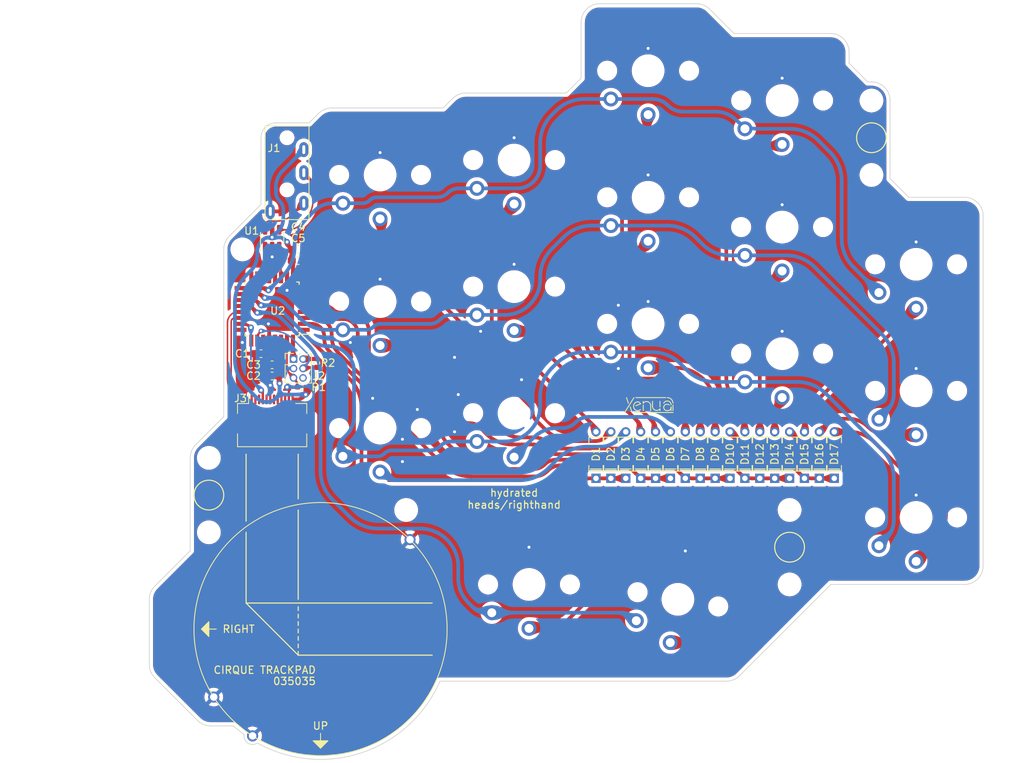
<source format=kicad_pcb>
(kicad_pcb (version 20211014) (generator pcbnew)

  (general
    (thickness 1.6)
  )

  (paper "A4")
  (layers
    (0 "F.Cu" signal)
    (31 "B.Cu" signal)
    (32 "B.Adhes" user "B.Adhesive")
    (33 "F.Adhes" user "F.Adhesive")
    (34 "B.Paste" user)
    (35 "F.Paste" user)
    (36 "B.SilkS" user "B.Silkscreen")
    (37 "F.SilkS" user "F.Silkscreen")
    (38 "B.Mask" user)
    (39 "F.Mask" user)
    (40 "Dwgs.User" user "User.Drawings")
    (41 "Cmts.User" user "User.Comments")
    (42 "Eco1.User" user "User.Eco1")
    (43 "Eco2.User" user "User.Eco2")
    (44 "Edge.Cuts" user)
    (45 "Margin" user)
    (46 "B.CrtYd" user "B.Courtyard")
    (47 "F.CrtYd" user "F.Courtyard")
    (48 "B.Fab" user)
    (49 "F.Fab" user)
    (50 "User.1" user)
    (51 "User.2" user)
    (52 "User.3" user)
    (53 "User.4" user)
    (54 "User.5" user)
    (55 "User.6" user)
    (56 "User.7" user)
    (57 "User.8" user)
    (58 "User.9" user)
  )

  (setup
    (stackup
      (layer "F.SilkS" (type "Top Silk Screen"))
      (layer "F.Paste" (type "Top Solder Paste"))
      (layer "F.Mask" (type "Top Solder Mask") (thickness 0.01))
      (layer "F.Cu" (type "copper") (thickness 0.035))
      (layer "dielectric 1" (type "core") (thickness 1.51) (material "FR4") (epsilon_r 4.5) (loss_tangent 0.02))
      (layer "B.Cu" (type "copper") (thickness 0.035))
      (layer "B.Mask" (type "Bottom Solder Mask") (thickness 0.01))
      (layer "B.Paste" (type "Bottom Solder Paste"))
      (layer "B.SilkS" (type "Bottom Silk Screen"))
      (copper_finish "None")
      (dielectric_constraints no)
    )
    (pad_to_mask_clearance 0)
    (pcbplotparams
      (layerselection 0x00010fc_ffffffff)
      (disableapertmacros false)
      (usegerberextensions false)
      (usegerberattributes true)
      (usegerberadvancedattributes true)
      (creategerberjobfile true)
      (svguseinch false)
      (svgprecision 6)
      (excludeedgelayer true)
      (plotframeref false)
      (viasonmask false)
      (mode 1)
      (useauxorigin false)
      (hpglpennumber 1)
      (hpglpenspeed 20)
      (hpglpendiameter 15.000000)
      (dxfpolygonmode true)
      (dxfimperialunits true)
      (dxfusepcbnewfont true)
      (psnegative false)
      (psa4output false)
      (plotreference true)
      (plotvalue true)
      (plotinvisibletext false)
      (sketchpadsonfab false)
      (subtractmaskfromsilk false)
      (outputformat 1)
      (mirror false)
      (drillshape 1)
      (scaleselection 1)
      (outputdirectory "")
    )
  )

  (net 0 "")
  (net 1 "GND")
  (net 2 "Net-(C1-Pad2)")
  (net 3 "+3V3")
  (net 4 "/SWDIO")
  (net 5 "/RST")
  (net 6 "/SWCLK")
  (net 7 "unconnected-(J2-Pad6)")
  (net 8 "/TRACK_SDA")
  (net 9 "/TRACK_SCL")
  (net 10 "/TRACK_BTN1")
  (net 11 "/TRACK_BTN3")
  (net 12 "/TRACK_BTN2")
  (net 13 "/TRACK_COPI")
  (net 14 "/TRACK_DATA_READY")
  (net 15 "/TRACK_CS")
  (net 16 "/TRACK_CIPO")
  (net 17 "/TRACK_SCK")
  (net 18 "/SCL")
  (net 19 "/SDA")
  (net 20 "Net-(J1-PadR2)")
  (net 21 "Net-(J1-PadR1)")
  (net 22 "C_PINKY")
  (net 23 "unconnected-(U2-Pad6)")
  (net 24 "unconnected-(U2-Pad7)")
  (net 25 "unconnected-(U2-Pad8)")
  (net 26 "R_TOP")
  (net 27 "R_HOME")
  (net 28 "R_BOTTOM")
  (net 29 "R_THUMB")
  (net 30 "C_INNER")
  (net 31 "C_INDEX")
  (net 32 "C_MIDDLE")
  (net 33 "C_RING")
  (net 34 "unconnected-(U2-Pad24)")
  (net 35 "unconnected-(U2-Pad25)")
  (net 36 "unconnected-(U2-Pad27)")
  (net 37 "Net-(D1-Pad2)")
  (net 38 "Net-(D2-Pad2)")
  (net 39 "Net-(D3-Pad2)")
  (net 40 "Net-(D4-Pad2)")
  (net 41 "Net-(D5-Pad2)")
  (net 42 "Net-(D6-Pad2)")
  (net 43 "Net-(D7-Pad2)")
  (net 44 "Net-(D8-Pad2)")
  (net 45 "Net-(D9-Pad2)")
  (net 46 "Net-(D10-Pad2)")
  (net 47 "Net-(D11-Pad2)")
  (net 48 "Net-(D12-Pad2)")
  (net 49 "Net-(D13-Pad2)")
  (net 50 "Net-(D14-Pad2)")
  (net 51 "Net-(D15-Pad2)")
  (net 52 "Net-(D16-Pad2)")
  (net 53 "Net-(D17-Pad2)")
  (net 54 "unconnected-(U2-Pad13)")
  (net 55 "unconnected-(U2-Pad14)")
  (net 56 "unconnected-(U2-Pad15)")
  (net 57 "unconnected-(U2-Pad16)")

  (footprint "Capacitor_SMD:C_0603_1608Metric_Pad1.08x0.95mm_HandSolder" (layer "F.Cu") (at 55.5 116.5 180))

  (footprint "MountingHole:MountingHole_2.2mm_M2_DIN965" (layer "F.Cu") (at 136 91))

  (footprint "mbk:Choc-1u-solder" (layer "F.Cu") (at 106 94))

  (footprint "Capacitor_SMD:C_0603_1608Metric_Pad1.08x0.95mm_HandSolder" (layer "F.Cu") (at 59 102.5))

  (footprint "mbk:Choc-1u-solder" (layer "F.Cu") (at 124 81))

  (footprint "1N4148:DIOAD829W49L456D191" (layer "F.Cu") (at 105 128.5 90))

  (footprint "mbk:Choc-1u-solder" (layer "F.Cu") (at 70 91))

  (footprint "1N4148:DIOAD829W49L456D191" (layer "F.Cu") (at 107 128.5 90))

  (footprint "Package_TO_SOT_SMD:SOT-23-6" (layer "F.Cu") (at 55.5 99.5 90))

  (footprint "1N4148:DIOAD829W49L456D191" (layer "F.Cu") (at 111 128.5 90))

  (footprint "Resistor_SMD:R_0402_1005Metric_Pad0.72x0.64mm_HandSolder" (layer "F.Cu") (at 59.5 119.5 180))

  (footprint "1N4148:DIOAD829W49L456D191" (layer "F.Cu") (at 99 128.5 90))

  (footprint "cirque:cirque_TM035035" (layer "F.Cu") (at 62 152 180))

  (footprint "mbk:Choc-1u-solder" (layer "F.Cu") (at 124 98))

  (footprint "1N4148:DIOAD829W49L456D191" (layer "F.Cu") (at 127 128.5 90))

  (footprint "1N4148:DIOAD829W49L456D191" (layer "F.Cu") (at 125 128.5 90))

  (footprint "mbk:Choc-1u-solder" (layer "F.Cu") (at 88 106))

  (footprint "MountingHole:MountingHole_2.2mm_M2_DIN965" (layer "F.Cu") (at 136 81))

  (footprint "1N4148:DIOAD829W49L456D191" (layer "F.Cu") (at 117 128.5 90))

  (footprint "1N4148:DIOAD829W49L456D191" (layer "F.Cu") (at 109 128.5 90))

  (footprint "mbk:Choc-1u-solder" (layer "F.Cu") (at 142 103))

  (footprint "pj320a:Jack_3.5mm_PJ320A_Horizontal" (layer "F.Cu") (at 57.5 86 -90))

  (footprint "mbk:Choc-1u-solder" (layer "F.Cu") (at 142 137))

  (footprint "mbk:Choc-1u-solder" (layer "F.Cu") (at 124 115))

  (footprint "Connector_FFC-FPC:Hirose_FH12-12S-0.5SH_1x12-1MP_P0.50mm_Horizontal" (layer "F.Cu") (at 55.5 123))

  (footprint "1N4148:DIOAD829W49L456D191" (layer "F.Cu") (at 113 128.5 90))

  (footprint "1N4148:DIOAD829W49L456D191" (layer "F.Cu") (at 115 128.5 90))

  (footprint "mbk:Choc-1u-solder" (layer "F.Cu") (at 88 89))

  (footprint "Capacitor_SMD:C_0603_1608Metric_Pad1.08x0.95mm_HandSolder" (layer "F.Cu") (at 59 101))

  (footprint "xenua:sig" (layer "F.Cu") (at 102.845 122.905167))

  (footprint "MountingHole:MountingHole_2.2mm_M2_DIN965" (layer "F.Cu") (at 125 136))

  (footprint "mbk:Choc-1u-solder" (layer "F.Cu") (at 106 111))

  (footprint "MountingHole:MountingHole_2.2mm_M2_DIN965" (layer "F.Cu") (at 51.5 101))

  (footprint "1N4148:DIOAD829W49L456D191" (layer "F.Cu") (at 103 128.5 90))

  (footprint "MountingHole:MountingHole_2.2mm_M2_DIN965" (layer "F.Cu") (at 47 139))

  (footprint "1N4148:DIOAD829W49L456D191" (layer "F.Cu") (at 131 128.5 90))

  (footprint "Connector_PinHeader_1.27mm:PinHeader_2x03_P1.27mm_Vertical" (layer "F.Cu") (at 58.375 115.725))

  (footprint "mbk:Choc-1u-solder" (layer "F.Cu") (at 142 120))

  (footprint "Capacitor_SMD:C_0603_1608Metric_Pad1.08x0.95mm_HandSolder" (layer "F.Cu") (at 54 115))

  (footprint "MountingHole:MountingHole_2.2mm_M2_DIN965" (layer "F.Cu") (at 125 146))

  (footprint "mbk:Choc-1u-solder" (layer "F.Cu") (at 88 123))

  (footprint "mbk:Choc-1u-solder" (layer "F.Cu") (at 110 148 -10))

  (footprint "1N4148:DIOAD829W49L456D191" (layer "F.Cu") (at 121 128.5 90))

  (footprint "1N4148:DIOAD829W49L456D191" (layer "F.Cu") (at 119 128.5 90))

  (footprint "mbk:Choc-1u-solder" (layer "F.Cu") (at 70 108))

  (footprint "1N4148:DIOAD829W49L456D191" (layer "F.Cu") (at 101 128.5 90))

  (footprint "Resistor_SMD:R_0402_1005Metric_Pad0.72x0.64mm_HandSolder" (layer "F.Cu") (at 61.5 116.25 90))

  (footprint "Package_QFP:TQFP-32_7x7mm_P0.8mm" (layer "F.Cu")
    (tedit 5A02F146) (tstamp ca98b832-42d9-48ef-b0f0-8a38fadade53)
    (at 55.5 109 180)
    (descr "32-Lead Plastic Thin Quad Flatpack (PT) - 7x7x1.0 mm Body, 2.00 mm [TQFP] (see Microchip Packaging Specification 00000049BS.pdf)")
    (tags "QFP 0.8")
    (property "Sheetfile" "righthand.kicad_sch")
    (property "Sheetname" "")
    (path "/cd05dc71-d59b-4335-902d-fe9d6feaeb4a")
    (attr smd)
    (fp_text reference "U2" (at -0.75 -0.25) (layer "F.SilkS")
      (effects (font (size 1 1) (thickness 0.15)))
      (tstamp 7380e8af-0da0-4d19-b97a-3db74afed84b)
    )
    (fp_text value "ATSAMD21E17D-A" (at 0 6.05) (layer "F.Fab")
      (effects (font (size 1 1) (thickness 0.15)))
      (tstamp f2253836-2d9b-40d1-8286-5de307be6bb5)
    )
    (fp_text user "${REFERENCE}" (at 0 0) (layer "F.Fab")
      (effects (font (size 1 1) (thickness 0.15)))
      (tstamp ff516df4-8762-493a-bfa9-d109ded985f2)
    )
    (fp_line (start -3.625 3.625) (end -3.625 3.3) (layer "F.SilkS") (width 0.15) (tstamp 163a52c9-5b76-408e-9e8d-b1d727f1e5eb))
    (fp_line (start -3.625 -3.4) (end -5.05 -3.4) (layer "F.SilkS") (width 0.15) (tstamp 4694337d-87f2-4001-9a42-3ac5af7174f1))
    (fp_line (start -3.625 -3.625) (end -3.625 -3.4) (layer "F.SilkS") (width 0.15) (tstamp 47cb438f-2cfc-49d4-b243-896fd33c4f28))
    (fp_line (start 3.625 3.625) (end 3.3 3.625) (layer "F.SilkS") (width 0.15) (tstamp 875bddaa-a6a5-4d05-aa4e-f34cad246fdd))
    (fp_line (start -3.625 3.625) (end -3.3 3.625) (layer "F.SilkS") (width 0.15) (tstamp abbb76e5-e303-4551-abef-6360b634a66e))
    (fp_line (start -3.625 -3.625) (end -3.3 -3.625) (layer "F.SilkS") (width 0.15) (tstamp b86e3cce-ec47-4e60-ad5f-0c88bb84273a))
    (fp_line (start 3.625 -3.625) (end 3.3 -3.625) (layer "F.SilkS") (width 0.15) (tstamp bd51819b-f5a4-4341-9885-d60fd4aa7ac5))
    (fp_line (start 3.625 -3.625) (end 3.625 -3.3) (layer "F.SilkS") (width 0.15) (tstamp d5bef497-bc4d-4dbe-99cb-e4b3a4c01e3f))
    (fp_line (start 3.625 3.625) (end 3.625 3.3) (layer "F.SilkS") (width 0.15) (tstamp d8527688-0a5f-4213-b379-755ddb37619d))
    (fp_line (start -5.3 -5.3) (end 5.3 -5.3) (layer "F.CrtYd") (width 0.05) (tstamp 075e0099-43cc-4e57-801b-810418507ddf))
    (fp_line (start -5.3 5.3) (end 5.3 5.3) (layer "F.CrtYd") (width 0.05) (tstamp 20f4c3c6-d0c7-4e28-b603-453c6a1d75b5))
    (fp_line (start 5.3 -5.3) (end 5.3 5.3) (layer "F.CrtYd") (width 0.05) (tstamp 2133e340-0ea5-497f-be25-7d4b6d30df2c))
    (fp_line (start -5.3 -5.3) (end -5.3 5.3) (layer "F.CrtYd") (width 0.05) (tstamp cc26b4de-d661-424c-883c-1a8ced1f8768))
    (fp_line (start 3.5 -3.5) (end 3.5 3.5) (layer "F.Fab") (width 0.15) (tstamp 0ab6f123-2f7f-4459-9959-f610555e9965))
    (fp_line (start -3.5 3.5) (end -3.5 -2.5) (layer "F.Fab") (width 0.15) (tstamp 5f53635a-7790-49ef-a708-d89dbdce66ff))
    (fp_line (start 3.5 3.5) (end -3.5 3.5) (layer "F.Fab") (width 0.15) (tstamp 6e1700cd-cad7-4c73-a404-c7fdf714574e))
    (fp_line (start -3.5 -2.5) (end -2.5 -3.5) (layer "F.Fab") (width 0.15) (tstamp a4b2c316-8378-48ff-9099-c95542d4d444))
    (fp_line (start -2.5 -3.5) (end 3.5 -3.5) (layer "F.Fab") (width 0.15) (tstamp fa371ff8-e6fb-4463-8f56-ac49214cf9cf))
    (pad "1" smd rect (at -4.25 -2.8 180) (size 1.6 0.55) (layers "F.Cu" "F.Paste" "F.Mask")
      (net 30 "C_INNER") (pinfunction "PA00") (pintype "bidirectional") (tstamp de6c64d1-4ece-4a3f-aa19-c7141c9b1d34))
    (pad "2" smd rect (at -4.25 -2 180) (size 1.6 0.55) (layers "F.Cu" "F.Paste" "F.Mask")
      (net 31 "C_INDEX") (pinfunction "PA01") (pintype "bidirectional") (tstamp 84b5f244-dacb-46d0-b787-6a3c3e03a9e9))
    (pad "3" smd rect (at -4.25 -1.2 180) (size 1.6 0.55) (layers "F.Cu" "F.Paste" "F.Mask")
      (net 32 "C_MIDDLE") (pinfunction "PA02") (pintype "bidirectional") (tstamp 5597da75-39fc-4d77-89f2-21aa5ef8ba8f))
    (pad "4" smd rect (at -4.25 -0.4 180) (size 1.6 0.55) (layers "F.Cu" "F.Paste" "F.Mask")
      (net 33 "C_RING") (pinfunction "PA03") (pintype "bidirectional") (tstamp 209cde5c-0bb3-411e-b329-e93397c704e0))
    (pad "5" smd rect (at -4.25 0.4 180) (size 1.6 0.55) (layers "F.Cu" "F.Paste" "F.Mask")
      (net 22 "C_PINKY") (pinfunction "PA04") (pintype "bidirectional") (tstamp b82ab260-9cf7-4a11-a443-5d402a27af23))
    (pad "6" smd rect (at -4.25 1.2 180) (size 1.6 0.55) (layers "F.Cu" "F.Paste" "F.Mask")
      (net 23 "unconnected-(U2-Pad6)") (pinfunction "PA05") (pintype "bidirectional") (tstamp 179c24d1-7126-42bf-97a3-780c05bb1910))
    (pad "7" smd rect (at -4.25 2 180) (size 1.6 0.55) (layers "F.Cu" "F.Paste" "F.Mask")
      (net 24 "unconnected-(U2-Pad7)") (pinfunction "PA06") (pintype "bidirectional") (tstamp d5c4fb86-56b1-4f06-b04a-6b003385b76a))
    (pad "8" smd rect (at -4.25 2.8 180) (size 1.6 0.55) (layers "F.Cu" "F.Paste" "F.Mask")
      (net 25 "unconnected-(U2-Pad8)") (pinfunction "PA07") (pintype "bidirectional") (tstamp 05a71337-cddb-4d9a-b7ab-112952ceb99b))
    (pad "9" smd rect (at -2.8 4.25 270) (size 1.6 0.55) (layers "F.Cu" "F.Paste" "F.Mask")
      (net 
... [2017480 chars truncated]
</source>
